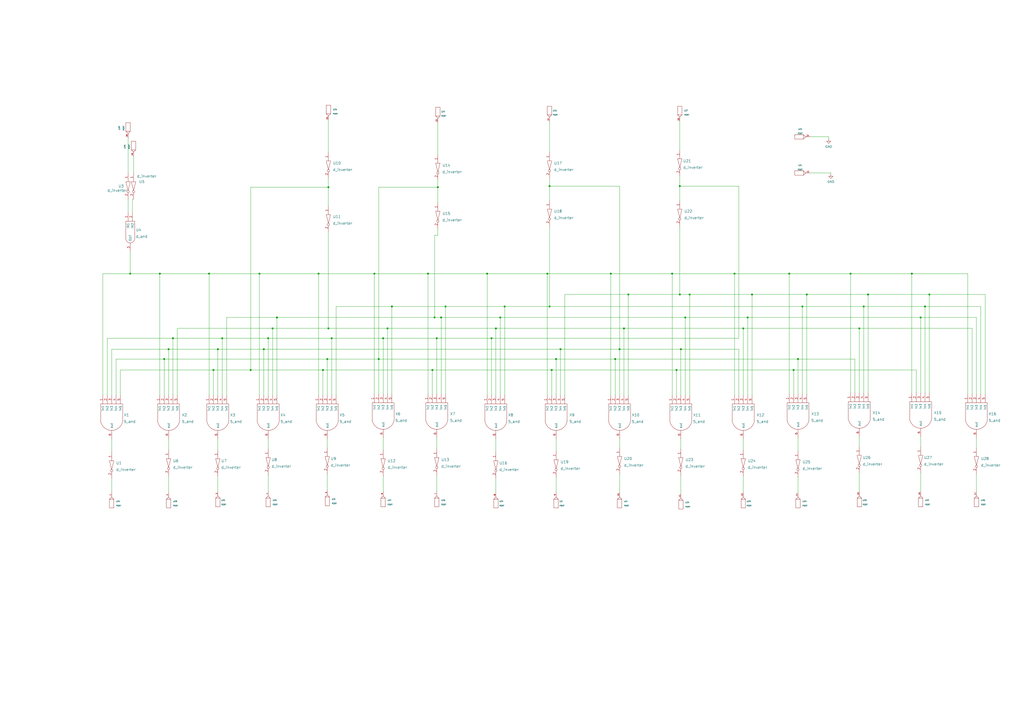
<source format=kicad_sch>
(kicad_sch (version 20211123) (generator eeschema)
  (paper "A2")
  (lib_symbols
    (symbol "eSim_Digital:d_and" (pin_names (offset 1.016))
      (property "Reference" "U" (at 0 0 0))
      (property "Value" "d_and" (at 1.27 2.54 0))
      (symbol "d_and_0_1"
        (polyline (pts (xy 3.81 -1.27) (xy -6.35 -1.27) (xy -6.35 3.81) (xy 3.81 3.81)))
        (arc (start 3.81 -1.27) (mid 5.5897 -0.5171) (end 6.35 1.27))
        (arc (start 6.35 1.27) (mid 5.5971 3.0497) (end 3.81 3.81))
      )
      (symbol "d_and_1_1"
        (pin input line (at -11.43 2.54 0) (length 5.08) (name "IN1") (number "1"))
        (pin input line (at -11.43 0 0) (length 5.08) (name "IN2") (number "2"))
        (pin output line (at 11.43 1.27 180) (length 5.08) (name "OUT") (number "3"))
      )
    )
    (symbol "eSim_Digital:d_inverter" (pin_names (offset 1.016))
      (property "Reference" "U" (at 0 -2.54 0))
      (property "Value" "d_inverter" (at 0 3.81 0))
      (symbol "d_inverter_0_1"
        (polyline (pts (xy -2.54 1.27) (xy -2.54 -1.27) (xy 2.54 0) (xy -2.54 1.27)))
      )
      (symbol "d_inverter_1_1"
        (pin input line (at -7.62 0 0) (length 5.08) (name "~") (number "1"))
        (pin output inverted (at 7.62 0 180) (length 5.08) (name "~") (number "2"))
      )
    )
    (symbol "eSim_Miscellaneous:PORT" (pin_names (offset 1.016))
      (property "Reference" "U" (at 1.27 2.54 0))
      (property "Value" "PORT" (at 0 0 0))
      (symbol "PORT_0_1"
        (rectangle (start -2.54 1.27) (end 2.54 -1.27))
        (arc (start 2.54 1.27) (mid 3.1355 0.5955) (end 3.81 0))
        (arc (start 3.81 0) (mid 3.1447 -0.6046) (end 2.54 -1.27))
      )
      (symbol "PORT_1_1"
        (pin bidirectional line (at 6.35 0 180) (length 2.54) (name "~") (number "1"))
      )
      (symbol "PORT_2_1"
        (pin bidirectional line (at 6.35 0 180) (length 2.54) (name "~") (number "2"))
      )
      (symbol "PORT_3_1"
        (pin bidirectional line (at 6.35 0 180) (length 2.54) (name "~") (number "3"))
      )
      (symbol "PORT_4_1"
        (pin bidirectional line (at 6.35 0 180) (length 2.54) (name "~") (number "4"))
      )
      (symbol "PORT_5_1"
        (pin bidirectional line (at 6.35 0 180) (length 2.54) (name "~") (number "5"))
      )
      (symbol "PORT_6_1"
        (pin bidirectional line (at 6.35 0 180) (length 2.54) (name "~") (number "6"))
      )
      (symbol "PORT_7_1"
        (pin bidirectional line (at 6.35 0 180) (length 2.54) (name "~") (number "7"))
      )
      (symbol "PORT_8_1"
        (pin bidirectional line (at 6.35 0 180) (length 2.54) (name "~") (number "8"))
      )
      (symbol "PORT_9_1"
        (pin bidirectional line (at 6.35 0 180) (length 2.54) (name "~") (number "9"))
      )
      (symbol "PORT_10_1"
        (pin bidirectional line (at 6.35 0 180) (length 2.54) (name "~") (number "10"))
      )
      (symbol "PORT_11_1"
        (pin bidirectional line (at 6.35 0 180) (length 2.54) (name "~") (number "11"))
      )
      (symbol "PORT_12_1"
        (pin bidirectional line (at 6.35 0 180) (length 2.54) (name "~") (number "12"))
      )
      (symbol "PORT_13_1"
        (pin bidirectional line (at 6.35 0 180) (length 2.54) (name "~") (number "13"))
      )
      (symbol "PORT_14_1"
        (pin bidirectional line (at 6.35 0 180) (length 2.54) (name "~") (number "14"))
      )
      (symbol "PORT_15_1"
        (pin bidirectional line (at 6.35 0 180) (length 2.54) (name "~") (number "15"))
      )
      (symbol "PORT_16_1"
        (pin bidirectional line (at 6.35 0 180) (length 2.54) (name "~") (number "16"))
      )
      (symbol "PORT_17_1"
        (pin bidirectional line (at 6.35 0 180) (length 2.54) (name "~") (number "17"))
      )
      (symbol "PORT_18_1"
        (pin bidirectional line (at 6.35 0 180) (length 2.54) (name "~") (number "18"))
      )
      (symbol "PORT_19_1"
        (pin bidirectional line (at 6.35 0 180) (length 2.54) (name "~") (number "19"))
      )
      (symbol "PORT_20_1"
        (pin bidirectional line (at 6.35 0 180) (length 2.54) (name "~") (number "20"))
      )
      (symbol "PORT_21_1"
        (pin bidirectional line (at 6.35 0 180) (length 2.54) (name "~") (number "21"))
      )
      (symbol "PORT_22_1"
        (pin bidirectional line (at 6.35 0 180) (length 2.54) (name "~") (number "22"))
      )
      (symbol "PORT_23_1"
        (pin bidirectional line (at 6.35 0 180) (length 2.54) (name "~") (number "23"))
      )
      (symbol "PORT_24_1"
        (pin bidirectional line (at 6.35 0 180) (length 2.54) (name "~") (number "24"))
      )
      (symbol "PORT_25_1"
        (pin bidirectional line (at 6.35 0 180) (length 2.54) (name "~") (number "25"))
      )
      (symbol "PORT_26_1"
        (pin bidirectional line (at 6.35 0 180) (length 2.54) (name "~") (number "26"))
      )
    )
    (symbol "eSim_Power:eSim_GND" (power) (pin_names (offset 0))
      (property "Value" "eSim_GND" (at 0 -3.81 0))
      (symbol "eSim_GND_0_1"
        (polyline (pts (xy 0 0) (xy 0 -1.27) (xy 1.27 -1.27) (xy 0 -2.54) (xy -1.27 -1.27) (xy 0 -1.27)))
      )
      (symbol "eSim_GND_1_1"
        (pin power_in line (at 0 0 270) (length 0) hide (name "GND") (number "1"))
      )
    )
    (symbol "eSim_Subckt:5_and" (pin_names (offset 1.016))
      (property "Reference" "X" (at 1.27 -2.54 0))
      (property "Value" "5_and" (at 2.54 3.81 0))
      (symbol "5_and_0_1"
        (polyline (pts (xy -6.35 6.35) (xy 3.81 6.35)))
        (polyline (pts (xy -6.35 6.35) (xy -6.35 -6.35) (xy 3.81 -6.35)))
        (arc (start 3.81 -6.35) (mid 9.0158 0) (end 3.81 6.35))
      )
      (symbol "5_and_1_1"
        (pin input line (at -11.43 5.08 0) (length 5.08) (name "in1") (number "1"))
        (pin input line (at -11.43 2.54 0) (length 5.08) (name "in2") (number "2"))
        (pin input line (at -11.43 0 0) (length 5.08) (name "in3") (number "3"))
        (pin input line (at -11.43 -2.54 0) (length 5.08) (name "in4") (number "4"))
        (pin input line (at -11.43 -5.08 0) (length 5.08) (name "in5") (number "5"))
        (pin output line (at 13.97 0 180) (length 5.08) (name "out") (number "6"))
      )
    )
  )
  (junction (at 258.445 177.8))
  (junction (at 318.77 177.8))
  (junction (at 361.95 190.5))
  (junction (at 254 108.585))
  (junction (at 190.5 108.585))
  (junction (at 394.97 202.565))
  (junction (at 222.25 196.215))
  (junction (at 397.51 184.15))
  (junction (at 227.33 177.8))
  (junction (at 189.865 208.28))
  (junction (at 121.285 158.75))
  (junction (at 217.17 158.75))
  (junction (at 356.87 208.28))
  (junction (at 493.395 158.75))
  (junction (at 252.095 184.15))
  (junction (at 364.49 170.815))
  (junction (at 539.115 170.815))
  (junction (at 389.89 158.75))
  (junction (at 503.555 170.815))
  (junction (at 320.04 214.63))
  (junction (at 287.655 190.5))
  (junction (at 318.77 107.95))
  (junction (at 460.375 214.63))
  (junction (at 498.475 190.5))
  (junction (at 536.575 177.8))
  (junction (at 392.43 214.63))
  (junction (at 465.455 177.8))
  (junction (at 282.575 158.75))
  (junction (at 354.33 158.75))
  (junction (at 123.825 214.63))
  (junction (at 190.5 190.5))
  (junction (at 317.5 158.75))
  (junction (at 224.79 190.5))
  (junction (at 248.285 158.75))
  (junction (at 325.12 202.565))
  (junction (at 534.035 184.15))
  (junction (at 160.655 184.15))
  (junction (at 184.785 158.75))
  (junction (at 285.115 196.215))
  (junction (at 433.705 184.15))
  (junction (at 253.365 196.215))
  (junction (at 97.79 202.565))
  (junction (at 431.165 190.5))
  (junction (at 145.415 214.63))
  (junction (at 467.995 170.815))
  (junction (at 457.835 158.75))
  (junction (at 75.565 158.75))
  (junction (at 192.405 196.215))
  (junction (at 394.335 107.95))
  (junction (at 290.195 184.15))
  (junction (at 359.41 202.565))
  (junction (at 462.915 208.28))
  (junction (at 292.735 177.8))
  (junction (at 400.05 170.815))
  (junction (at 528.955 158.75))
  (junction (at 153.035 202.565))
  (junction (at 150.495 158.75))
  (junction (at 128.905 196.215))
  (junction (at 219.71 208.28))
  (junction (at 436.245 170.815))
  (junction (at 394.335 170.815))
  (junction (at 155.575 196.215))
  (junction (at 158.115 190.5))
  (junction (at 322.58 208.28))
  (junction (at 187.325 214.63))
  (junction (at 501.015 177.8))
  (junction (at 426.085 158.75))
  (junction (at 126.365 202.565))
  (junction (at 95.25 208.28))
  (junction (at 255.905 184.15))
  (junction (at 92.71 158.75))
  (junction (at 250.825 214.63))
  (junction (at 100.33 196.215))
  (wire (pts (xy 359.41 274.955) (xy 359.41 285.75)))
  (wire (pts (xy 59.69 158.75) (xy 59.69 229.235)))
  (wire (pts (xy 394.335 70.485) (xy 394.335 86.995)))
  (wire (pts (xy 219.71 208.28) (xy 219.71 228.6)))
  (wire (pts (xy 359.41 202.565) (xy 394.97 202.565)))
  (wire (pts (xy 121.285 158.75) (xy 121.285 229.235)))
  (wire (pts (xy 254 132.715) (xy 254 136.525)))
  (wire (pts (xy 128.905 196.215) (xy 155.575 196.215)))
  (wire (pts (xy 224.79 190.5) (xy 287.655 190.5)))
  (wire (pts (xy 436.245 170.815) (xy 436.245 229.235)))
  (wire (pts (xy 428.625 202.565) (xy 428.625 229.235)))
  (wire (pts (xy 254 108.585) (xy 254 117.475)))
  (wire (pts (xy 394.97 275.59) (xy 394.97 286.385)))
  (wire (pts (xy 253.365 196.215) (xy 285.115 196.215)))
  (wire (pts (xy 359.41 202.565) (xy 359.41 229.235)))
  (wire (pts (xy 255.905 184.15) (xy 290.195 184.15)))
  (wire (pts (xy 160.655 184.15) (xy 252.095 184.15)))
  (wire (pts (xy 364.49 170.815) (xy 394.335 170.815)))
  (wire (pts (xy 480.695 79.375) (xy 480.695 80.645)))
  (wire (pts (xy 75.565 158.75) (xy 92.71 158.75)))
  (wire (pts (xy 64.77 254.635) (xy 64.77 262.255)))
  (wire (pts (xy 287.655 277.495) (xy 287.655 285.75)))
  (wire (pts (xy 531.495 214.63) (xy 531.495 227.965)))
  (wire (pts (xy 128.905 196.215) (xy 128.905 229.235)))
  (wire (pts (xy 192.405 196.215) (xy 192.405 229.235)))
  (wire (pts (xy 64.77 277.495) (xy 64.77 285.75)))
  (wire (pts (xy 498.475 274.32) (xy 498.475 285.115)))
  (wire (pts (xy 433.705 184.15) (xy 433.705 229.235)))
  (wire (pts (xy 190.5 103.505) (xy 190.5 108.585)))
  (wire (pts (xy 392.43 214.63) (xy 392.43 229.235)))
  (wire (pts (xy 254 104.775) (xy 254 108.585)))
  (wire (pts (xy 322.58 276.86) (xy 322.58 285.75)))
  (wire (pts (xy 77.47 90.805) (xy 77.47 100.33)))
  (wire (pts (xy 539.115 170.815) (xy 539.115 227.965)))
  (wire (pts (xy 457.835 158.75) (xy 457.835 228.6)))
  (wire (pts (xy 320.04 214.63) (xy 320.04 229.235)))
  (wire (pts (xy 69.85 214.63) (xy 123.825 214.63)))
  (wire (pts (xy 59.69 158.75) (xy 75.565 158.75)))
  (wire (pts (xy 190.5 108.585) (xy 190.5 119.38)))
  (wire (pts (xy 258.445 177.8) (xy 292.735 177.8)))
  (wire (pts (xy 359.41 254.635) (xy 359.41 259.715)))
  (wire (pts (xy 356.87 208.28) (xy 462.915 208.28)))
  (wire (pts (xy 97.79 254.635) (xy 97.79 260.985)))
  (wire (pts (xy 69.85 229.235) (xy 69.85 214.63)))
  (wire (pts (xy 219.71 108.585) (xy 254 108.585)))
  (wire (pts (xy 389.89 158.75) (xy 426.085 158.75)))
  (wire (pts (xy 282.575 158.75) (xy 282.575 229.235)))
  (wire (pts (xy 227.33 177.8) (xy 227.33 228.6)))
  (wire (pts (xy 285.115 196.215) (xy 428.625 196.215)))
  (wire (pts (xy 457.835 158.75) (xy 493.395 158.75)))
  (wire (pts (xy 217.17 158.75) (xy 248.285 158.75)))
  (wire (pts (xy 222.25 196.215) (xy 253.365 196.215)))
  (wire (pts (xy 75.565 146.05) (xy 75.565 158.75)))
  (wire (pts (xy 563.88 228.6) (xy 563.88 190.5)))
  (wire (pts (xy 498.475 190.5) (xy 498.475 227.965)))
  (wire (pts (xy 534.035 274.32) (xy 534.035 285.115)))
  (wire (pts (xy 155.575 196.215) (xy 155.575 229.235)))
  (wire (pts (xy 62.23 196.215) (xy 100.33 196.215)))
  (wire (pts (xy 189.865 274.955) (xy 189.865 284.48)))
  (wire (pts (xy 392.43 214.63) (xy 460.375 214.63)))
  (wire (pts (xy 253.365 275.59) (xy 253.365 285.115)))
  (wire (pts (xy 528.955 158.75) (xy 561.34 158.75)))
  (wire (pts (xy 394.335 131.445) (xy 394.335 170.815)))
  (wire (pts (xy 397.51 184.15) (xy 433.705 184.15)))
  (wire (pts (xy 290.195 184.15) (xy 290.195 229.235)))
  (wire (pts (xy 252.095 136.525) (xy 252.095 184.15)))
  (wire (pts (xy 153.035 202.565) (xy 325.12 202.565)))
  (wire (pts (xy 534.035 253.365) (xy 534.035 259.08)))
  (wire (pts (xy 354.33 158.75) (xy 354.33 229.235)))
  (wire (pts (xy 528.955 158.75) (xy 528.955 227.965)))
  (wire (pts (xy 285.115 196.215) (xy 285.115 229.235)))
  (wire (pts (xy 153.035 202.565) (xy 153.035 229.235)))
  (wire (pts (xy 426.085 158.75) (xy 457.835 158.75)))
  (wire (pts (xy 361.95 190.5) (xy 431.165 190.5)))
  (wire (pts (xy 317.5 158.75) (xy 317.5 229.235)))
  (wire (pts (xy 102.87 190.5) (xy 158.115 190.5)))
  (wire (pts (xy 322.58 254.635) (xy 322.58 261.62)))
  (wire (pts (xy 462.915 254) (xy 462.915 261.62)))
  (wire (pts (xy 184.785 158.75) (xy 184.785 229.235)))
  (wire (pts (xy 322.58 208.28) (xy 322.58 229.235)))
  (wire (pts (xy 219.71 108.585) (xy 219.71 208.28)))
  (wire (pts (xy 318.77 177.8) (xy 465.455 177.8)))
  (wire (pts (xy 534.035 184.15) (xy 566.42 184.15)))
  (wire (pts (xy 145.415 108.585) (xy 145.415 214.63)))
  (wire (pts (xy 364.49 170.815) (xy 364.49 229.235)))
  (wire (pts (xy 394.97 202.565) (xy 428.625 202.565)))
  (wire (pts (xy 361.95 190.5) (xy 361.95 229.235)))
  (wire (pts (xy 95.25 208.28) (xy 189.865 208.28)))
  (wire (pts (xy 97.79 276.225) (xy 97.79 285.75)))
  (wire (pts (xy 318.77 131.445) (xy 318.77 177.8)))
  (wire (pts (xy 493.395 158.75) (xy 493.395 227.965)))
  (wire (pts (xy 252.095 136.525) (xy 254 136.525)))
  (wire (pts (xy 95.25 208.28) (xy 95.25 229.235)))
  (wire (pts (xy 189.865 254.635) (xy 189.865 259.715)))
  (wire (pts (xy 503.555 170.815) (xy 539.115 170.815)))
  (wire (pts (xy 568.96 228.6) (xy 568.96 177.8)))
  (wire (pts (xy 150.495 158.75) (xy 184.785 158.75)))
  (wire (pts (xy 501.015 177.8) (xy 536.575 177.8)))
  (wire (pts (xy 97.79 202.565) (xy 126.365 202.565)))
  (wire (pts (xy 282.575 158.75) (xy 317.5 158.75)))
  (wire (pts (xy 189.865 208.28) (xy 219.71 208.28)))
  (wire (pts (xy 155.575 254.635) (xy 155.575 260.35)))
  (wire (pts (xy 536.575 177.8) (xy 536.575 227.965)))
  (wire (pts (xy 354.33 158.75) (xy 389.89 158.75)))
  (wire (pts (xy 250.825 214.63) (xy 250.825 228.6)))
  (wire (pts (xy 561.34 158.75) (xy 561.34 228.6)))
  (wire (pts (xy 465.455 177.8) (xy 465.455 228.6)))
  (wire (pts (xy 566.42 228.6) (xy 566.42 184.15)))
  (wire (pts (xy 248.285 158.75) (xy 282.575 158.75)))
  (wire (pts (xy 436.245 170.815) (xy 467.995 170.815)))
  (wire (pts (xy 394.97 202.565) (xy 394.97 229.235)))
  (wire (pts (xy 460.375 228.6) (xy 460.375 214.63)))
  (wire (pts (xy 481.965 100.33) (xy 481.965 100.965)))
  (wire (pts (xy 194.945 229.235) (xy 194.945 177.8)))
  (wire (pts (xy 318.77 103.505) (xy 318.77 107.95)))
  (wire (pts (xy 74.295 115.57) (xy 74.295 123.19)))
  (wire (pts (xy 325.12 202.565) (xy 325.12 229.235)))
  (wire (pts (xy 433.705 184.15) (xy 534.035 184.15)))
  (wire (pts (xy 536.575 177.8) (xy 568.96 177.8)))
  (wire (pts (xy 287.655 190.5) (xy 361.95 190.5)))
  (wire (pts (xy 460.375 214.63) (xy 531.495 214.63)))
  (wire (pts (xy 250.825 214.63) (xy 320.04 214.63)))
  (wire (pts (xy 356.87 208.28) (xy 356.87 229.235)))
  (wire (pts (xy 431.165 276.225) (xy 431.165 285.75)))
  (wire (pts (xy 571.5 170.815) (xy 571.5 228.6)))
  (wire (pts (xy 467.995 170.815) (xy 467.995 228.6)))
  (wire (pts (xy 462.915 208.28) (xy 462.915 228.6)))
  (wire (pts (xy 252.095 184.15) (xy 255.905 184.15)))
  (wire (pts (xy 394.97 254.635) (xy 394.97 260.35)))
  (wire (pts (xy 394.335 107.95) (xy 394.335 116.205)))
  (wire (pts (xy 394.335 102.235) (xy 394.335 107.95)))
  (wire (pts (xy 158.115 190.5) (xy 158.115 229.235)))
  (wire (pts (xy 498.475 190.5) (xy 563.88 190.5)))
  (wire (pts (xy 428.625 107.95) (xy 428.625 196.215)))
  (wire (pts (xy 462.915 276.86) (xy 462.915 285.75)))
  (wire (pts (xy 227.33 177.8) (xy 258.445 177.8)))
  (wire (pts (xy 194.945 177.8) (xy 227.33 177.8)))
  (wire (pts (xy 258.445 177.8) (xy 258.445 228.6)))
  (wire (pts (xy 469.9 100.33) (xy 481.965 100.33)))
  (wire (pts (xy 219.71 208.28) (xy 322.58 208.28)))
  (wire (pts (xy 501.015 177.8) (xy 501.015 227.965)))
  (wire (pts (xy 292.735 177.8) (xy 292.735 229.235)))
  (wire (pts (xy 318.77 107.95) (xy 318.77 116.205)))
  (wire (pts (xy 498.475 253.365) (xy 498.475 259.08)))
  (wire (pts (xy 224.79 190.5) (xy 224.79 228.6)))
  (wire (pts (xy 317.5 158.75) (xy 354.33 158.75)))
  (wire (pts (xy 503.555 170.815) (xy 503.555 227.965)))
  (wire (pts (xy 123.825 214.63) (xy 145.415 214.63)))
  (wire (pts (xy 292.735 177.8) (xy 318.77 177.8)))
  (wire (pts (xy 190.5 190.5) (xy 224.79 190.5)))
  (wire (pts (xy 327.66 170.815) (xy 364.49 170.815)))
  (wire (pts (xy 359.41 107.95) (xy 359.41 202.565)))
  (wire (pts (xy 100.33 196.215) (xy 128.905 196.215)))
  (wire (pts (xy 121.285 158.75) (xy 150.495 158.75)))
  (wire (pts (xy 187.325 214.63) (xy 187.325 229.235)))
  (wire (pts (xy 534.035 184.15) (xy 534.035 227.965)))
  (wire (pts (xy 92.71 158.75) (xy 92.71 229.235)))
  (wire (pts (xy 222.25 276.225) (xy 222.25 285.115)))
  (wire (pts (xy 190.5 134.62) (xy 190.5 190.5)))
  (wire (pts (xy 76.835 123.19) (xy 76.835 115.57)))
  (wire (pts (xy 92.71 158.75) (xy 121.285 158.75)))
  (wire (pts (xy 255.905 184.15) (xy 255.905 228.6)))
  (wire (pts (xy 160.655 184.15) (xy 160.655 229.235)))
  (wire (pts (xy 102.87 229.235) (xy 102.87 190.5)))
  (wire (pts (xy 126.365 202.565) (xy 126.365 229.235)))
  (wire (pts (xy 287.655 254.635) (xy 287.655 262.255)))
  (wire (pts (xy 469.9 79.375) (xy 480.695 79.375)))
  (wire (pts (xy 97.79 202.565) (xy 97.79 229.235)))
  (wire (pts (xy 189.865 208.28) (xy 189.865 229.235)))
  (wire (pts (xy 426.085 158.75) (xy 426.085 229.235)))
  (wire (pts (xy 397.51 184.15) (xy 397.51 229.235)))
  (wire (pts (xy 222.25 254) (xy 222.25 260.985)))
  (wire (pts (xy 126.365 254.635) (xy 126.365 260.985)))
  (wire (pts (xy 566.42 274.955) (xy 566.42 285.115)))
  (wire (pts (xy 190.5 69.85) (xy 190.5 88.265)))
  (wire (pts (xy 566.42 254) (xy 566.42 259.715)))
  (wire (pts (xy 64.77 229.235) (xy 64.77 202.565)))
  (wire (pts (xy 253.365 196.215) (xy 253.365 228.6)))
  (wire (pts (xy 155.575 275.59) (xy 155.575 285.115)))
  (wire (pts (xy 100.33 196.215) (xy 100.33 229.235)))
  (wire (pts (xy 290.195 184.15) (xy 397.51 184.15)))
  (wire (pts (xy 64.77 202.565) (xy 97.79 202.565)))
  (wire (pts (xy 222.25 196.215) (xy 222.25 228.6)))
  (wire (pts (xy 62.23 229.235) (xy 62.23 196.215)))
  (wire (pts (xy 158.115 190.5) (xy 190.5 190.5)))
  (wire (pts (xy 539.115 170.815) (xy 571.5 170.815)))
  (wire (pts (xy 74.295 80.01) (xy 74.295 100.33)))
  (wire (pts (xy 76.835 115.57) (xy 77.47 115.57)))
  (wire (pts (xy 389.89 158.75) (xy 389.89 229.235)))
  (wire (pts (xy 126.365 202.565) (xy 153.035 202.565)))
  (wire (pts (xy 325.12 202.565) (xy 359.41 202.565)))
  (wire (pts (xy 123.825 214.63) (xy 123.825 229.235)))
  (wire (pts (xy 495.935 208.28) (xy 495.935 227.965)))
  (wire (pts (xy 400.05 170.815) (xy 436.245 170.815)))
  (wire (pts (xy 320.04 214.63) (xy 392.43 214.63)))
  (wire (pts (xy 145.415 214.63) (xy 187.325 214.63)))
  (wire (pts (xy 253.365 254) (xy 253.365 260.35)))
  (wire (pts (xy 431.165 190.5) (xy 498.475 190.5)))
  (wire (pts (xy 150.495 158.75) (xy 150.495 229.235)))
  (wire (pts (xy 465.455 177.8) (xy 501.015 177.8)))
  (wire (pts (xy 394.335 170.815) (xy 400.05 170.815)))
  (wire (pts (xy 131.445 184.15) (xy 160.655 184.15)))
  (wire (pts (xy 155.575 196.215) (xy 192.405 196.215)))
  (wire (pts (xy 145.415 108.585) (xy 190.5 108.585)))
  (wire (pts (xy 67.31 208.28) (xy 95.25 208.28)))
  (wire (pts (xy 431.165 229.235) (xy 431.165 190.5)))
  (wire (pts (xy 192.405 196.215) (xy 222.25 196.215)))
  (wire (pts (xy 217.17 158.75) (xy 217.17 228.6)))
  (wire (pts (xy 431.165 254.635) (xy 431.165 260.985)))
  (wire (pts (xy 428.625 107.95) (xy 394.335 107.95)))
  (wire (pts (xy 400.05 170.815) (xy 400.05 229.235)))
  (wire (pts (xy 126.365 276.225) (xy 126.365 285.115)))
  (wire (pts (xy 254 71.12) (xy 254 89.535)))
  (wire (pts (xy 462.915 208.28) (xy 495.935 208.28)))
  (wire (pts (xy 187.325 214.63) (xy 250.825 214.63)))
  (wire (pts (xy 327.66 170.815) (xy 327.66 229.235)))
  (wire (pts (xy 67.31 229.235) (xy 67.31 208.28)))
  (wire (pts (xy 318.77 70.485) (xy 318.77 88.265)))
  (wire (pts (xy 131.445 184.15) (xy 131.445 229.235)))
  (wire (pts (xy 184.785 158.75) (xy 217.17 158.75)))
  (wire (pts (xy 248.285 158.75) (xy 248.285 228.6)))
  (wire (pts (xy 467.995 170.815) (xy 503.555 170.815)))
  (wire (pts (xy 359.41 107.95) (xy 318.77 107.95)))
  (wire (pts (xy 287.655 190.5) (xy 287.655 229.235)))
  (wire (pts (xy 493.395 158.75) (xy 528.955 158.75)))
  (wire (pts (xy 322.58 208.28) (xy 356.87 208.28)))
  (symbol (lib_id "eSim_Miscellaneous:PORT") (at 359.41 292.1 90) (unit 10)
    (property "Reference" "U2" (at 361.95 290.83 90) (effects (font (size 0.762 0.762)) (justify right)))
    (property "Value" "PORT" (at 361.95 293.37 90) (effects (font (size 0.762 0.762)) (justify right)))
  )
  (symbol (lib_id "eSim_Subckt:5_and") (at 253.365 240.03 90) (mirror x) (unit 1)
    (property "Reference" "X7" (at 260.985 240.0929 90) (effects (font (size 1.524 1.524)) (justify right)))
    (property "Value" "5_and" (at 260.985 243.9029 90) (effects (font (size 1.524 1.524)) (justify right)))
  )
  (symbol (lib_id "eSim_Digital:d_inverter") (at 190.5 95.885 90) (mirror x) (unit 1)
    (property "Reference" "U10" (at 193.04 94.615 90) (effects (font (size 1.524 1.524)) (justify right)))
    (property "Value" "d_inverter" (at 193.04 98.425 90) (effects (font (size 1.524 1.524)) (justify right)))
  )
  (symbol (lib_id "eSim_Miscellaneous:PORT") (at 77.47 84.455 90) (mirror x) (unit 19)
    (property "Reference" "U2" (at 72.39 85.09 0) (effects (font (size 0.762 0.762))))
    (property "Value" "PORT" (at 74.93 85.09 0) (effects (font (size 0.762 0.762))))
  )
  (symbol (lib_id "eSim_Digital:d_inverter") (at 394.335 94.615 90) (mirror x) (unit 1)
    (property "Reference" "U21" (at 396.24 93.345 90) (effects (font (size 1.524 1.524)) (justify right)))
    (property "Value" "d_inverter" (at 396.24 97.155 90) (effects (font (size 1.524 1.524)) (justify right)))
  )
  (symbol (lib_id "eSim_Miscellaneous:PORT") (at 534.035 291.465 90) (unit 16)
    (property "Reference" "U2" (at 536.575 290.195 90) (effects (font (size 0.762 0.762)) (justify right)))
    (property "Value" "PORT" (at 536.575 292.735 90) (effects (font (size 0.762 0.762)) (justify right)))
  )
  (symbol (lib_id "eSim_Subckt:5_and") (at 566.42 240.03 90) (mirror x) (unit 1)
    (property "Reference" "X16" (at 573.405 240.0929 90) (effects (font (size 1.524 1.524)) (justify right)))
    (property "Value" "5_and" (at 573.405 243.9029 90) (effects (font (size 1.524 1.524)) (justify right)))
  )
  (symbol (lib_id "eSim_Miscellaneous:PORT") (at 431.165 292.1 90) (unit 13)
    (property "Reference" "U2" (at 433.07 290.83 90) (effects (font (size 0.762 0.762)) (justify right)))
    (property "Value" "PORT" (at 433.07 293.37 90) (effects (font (size 0.762 0.762)) (justify right)))
  )
  (symbol (lib_id "eSim_Digital:d_inverter") (at 322.58 269.24 90) (mirror x) (unit 1)
    (property "Reference" "U19" (at 325.12 267.97 90) (effects (font (size 1.524 1.524)) (justify right)))
    (property "Value" "d_inverter" (at 325.12 271.78 90) (effects (font (size 1.524 1.524)) (justify right)))
  )
  (symbol (lib_id "eSim_Digital:d_inverter") (at 77.47 107.95 90) (mirror x) (unit 1)
    (property "Reference" "U5" (at 80.645 105.41 90) (effects (font (size 1.524 1.524)) (justify right)))
    (property "Value" "d_inverter" (at 79.375 102.235 90) (effects (font (size 1.524 1.524)) (justify right)))
  )
  (symbol (lib_id "eSim_Subckt:5_and") (at 322.58 240.665 90) (mirror x) (unit 1)
    (property "Reference" "X9" (at 330.2 240.7279 90) (effects (font (size 1.524 1.524)) (justify right)))
    (property "Value" "5_and" (at 330.2 244.5379 90) (effects (font (size 1.524 1.524)) (justify right)))
  )
  (symbol (lib_id "eSim_Digital:d_inverter") (at 566.42 267.335 90) (mirror x) (unit 1)
    (property "Reference" "U28" (at 568.96 266.065 90) (effects (font (size 1.524 1.524)) (justify right)))
    (property "Value" "d_inverter" (at 568.96 269.875 90) (effects (font (size 1.524 1.524)) (justify right)))
  )
  (symbol (lib_id "eSim_Miscellaneous:PORT") (at 462.915 292.1 90) (unit 14)
    (property "Reference" "U2" (at 465.455 290.83 90) (effects (font (size 0.762 0.762)) (justify right)))
    (property "Value" "PORT" (at 465.455 293.37 90) (effects (font (size 0.762 0.762)) (justify right)))
  )
  (symbol (lib_id "eSim_Digital:d_inverter") (at 126.365 268.605 90) (mirror x) (unit 1)
    (property "Reference" "U7" (at 128.27 267.335 90) (effects (font (size 1.524 1.524)) (justify right)))
    (property "Value" "d_inverter" (at 128.27 271.145 90) (effects (font (size 1.524 1.524)) (justify right)))
  )
  (symbol (lib_id "eSim_Digital:d_inverter") (at 394.97 267.97 90) (mirror x) (unit 1)
    (property "Reference" "U23" (at 397.51 266.7 90) (effects (font (size 1.524 1.524)) (justify right)))
    (property "Value" "d_inverter" (at 397.51 270.51 90) (effects (font (size 1.524 1.524)) (justify right)))
  )
  (symbol (lib_id "eSim_Subckt:5_and") (at 155.575 240.665 90) (mirror x) (unit 1)
    (property "Reference" "X4" (at 162.56 240.7279 90) (effects (font (size 1.524 1.524)) (justify right)))
    (property "Value" "5_and" (at 162.56 244.5379 90) (effects (font (size 1.524 1.524)) (justify right)))
  )
  (symbol (lib_id "eSim_Miscellaneous:PORT") (at 463.55 79.375 0) (unit 24)
    (property "Reference" "U2" (at 464.185 74.93 0) (effects (font (size 0.762 0.762))))
    (property "Value" "PORT" (at 464.185 77.47 0) (effects (font (size 0.762 0.762))))
  )
  (symbol (lib_id "eSim_Subckt:5_and") (at 431.165 240.665 90) (mirror x) (unit 1)
    (property "Reference" "X12" (at 438.785 240.7279 90) (effects (font (size 1.524 1.524)) (justify right)))
    (property "Value" "5_and" (at 438.785 244.5379 90) (effects (font (size 1.524 1.524)) (justify right)))
  )
  (symbol (lib_id "eSim_Subckt:5_and") (at 287.655 240.665 90) (mirror x) (unit 1)
    (property "Reference" "X8" (at 294.64 240.7279 90) (effects (font (size 1.524 1.524)) (justify right)))
    (property "Value" "5_and" (at 294.64 244.5379 90) (effects (font (size 1.524 1.524)) (justify right)))
  )
  (symbol (lib_id "eSim_Miscellaneous:PORT") (at 222.25 291.465 90) (unit 6)
    (property "Reference" "U2" (at 224.79 290.195 90) (effects (font (size 0.762 0.762)) (justify right)))
    (property "Value" "PORT" (at 224.79 292.735 90) (effects (font (size 0.762 0.762)) (justify right)))
  )
  (symbol (lib_id "eSim_Miscellaneous:PORT") (at 566.42 291.465 90) (unit 17)
    (property "Reference" "U2" (at 568.96 290.195 90) (effects (font (size 0.762 0.762)) (justify right)))
    (property "Value" "PORT" (at 568.96 292.735 90) (effects (font (size 0.762 0.762)) (justify right)))
  )
  (symbol (lib_id "eSim_Miscellaneous:PORT") (at 463.55 100.33 0) (unit 12)
    (property "Reference" "U2" (at 464.185 95.885 0) (effects (font (size 0.762 0.762))))
    (property "Value" "PORT" (at 464.185 98.425 0) (effects (font (size 0.762 0.762))))
  )
  (symbol (lib_id "eSim_Digital:d_inverter") (at 534.035 266.7 90) (mirror x) (unit 1)
    (property "Reference" "U27" (at 535.94 265.43 90) (effects (font (size 1.524 1.524)) (justify right)))
    (property "Value" "d_inverter" (at 535.94 269.24 90) (effects (font (size 1.524 1.524)) (justify right)))
  )
  (symbol (lib_id "eSim_Subckt:5_and") (at 462.915 240.03 90) (mirror x) (unit 1)
    (property "Reference" "X13" (at 470.535 240.0929 90) (effects (font (size 1.524 1.524)) (justify right)))
    (property "Value" "5_and" (at 470.535 243.9029 90) (effects (font (size 1.524 1.524)) (justify right)))
  )
  (symbol (lib_id "eSim_Power:eSim_GND") (at 481.965 100.965 0) (unit 1)
    (property "Reference" "#PWR02" (effects hide))
    (property "Value" "eSim_GND" (at 481.965 105.41 0))
  )
  (symbol (lib_id "eSim_Digital:d_inverter") (at 190.5 127 90) (mirror x) (unit 1)
    (property "Reference" "U11" (at 193.04 125.73 90) (effects (font (size 1.524 1.524)) (justify right)))
    (property "Value" "d_inverter" (at 193.04 129.54 90) (effects (font (size 1.524 1.524)) (justify right)))
  )
  (symbol (lib_id "eSim_Digital:d_inverter") (at 74.295 107.95 90) (mirror x) (unit 1)
    (property "Reference" "U3" (at 68.58 107.95 90) (effects (font (size 1.524 1.524)) (justify right)))
    (property "Value" "d_inverter" (at 62.23 110.49 90) (effects (font (size 1.524 1.524)) (justify right)))
  )
  (symbol (lib_id "eSim_Digital:d_inverter") (at 394.335 123.825 90) (mirror x) (unit 1)
    (property "Reference" "U22" (at 396.875 122.555 90) (effects (font (size 1.524 1.524)) (justify right)))
    (property "Value" "d_inverter" (at 396.875 126.365 90) (effects (font (size 1.524 1.524)) (justify right)))
  )
  (symbol (lib_id "eSim_Digital:d_inverter") (at 155.575 267.97 90) (mirror x) (unit 1)
    (property "Reference" "U8" (at 157.48 266.7 90) (effects (font (size 1.524 1.524)) (justify right)))
    (property "Value" "d_inverter" (at 157.48 270.51 90) (effects (font (size 1.524 1.524)) (justify right)))
  )
  (symbol (lib_id "eSim_Miscellaneous:PORT") (at 254 64.77 90) (mirror x) (unit 22)
    (property "Reference" "U2" (at 255.905 64.77 90) (effects (font (size 0.762 0.762)) (justify right)))
    (property "Value" "PORT" (at 255.905 67.31 90) (effects (font (size 0.762 0.762)) (justify right)))
  )
  (symbol (lib_id "eSim_Digital:d_inverter") (at 189.865 267.335 90) (mirror x) (unit 1)
    (property "Reference" "U9" (at 191.77 266.065 90) (effects (font (size 1.524 1.524)) (justify right)))
    (property "Value" "d_inverter" (at 191.77 269.875 90) (effects (font (size 1.524 1.524)) (justify right)))
  )
  (symbol (lib_id "eSim_Digital:d_inverter") (at 222.25 268.605 90) (mirror x) (unit 1)
    (property "Reference" "U12" (at 224.79 267.335 90) (effects (font (size 1.524 1.524)) (justify right)))
    (property "Value" "d_inverter" (at 224.79 271.145 90) (effects (font (size 1.524 1.524)) (justify right)))
  )
  (symbol (lib_id "eSim_Miscellaneous:PORT") (at 97.79 292.1 90) (unit 2)
    (property "Reference" "U2" (at 100.33 290.83 90) (effects (font (size 0.762 0.762)) (justify right)))
    (property "Value" "PORT" (at 100.33 293.37 90) (effects (font (size 0.762 0.762)) (justify right)))
  )
  (symbol (lib_id "eSim_Digital:d_inverter") (at 318.77 95.885 90) (mirror x) (unit 1)
    (property "Reference" "U17" (at 321.31 94.615 90) (effects (font (size 1.524 1.524)) (justify right)))
    (property "Value" "d_inverter" (at 321.31 98.425 90) (effects (font (size 1.524 1.524)) (justify right)))
  )
  (symbol (lib_id "eSim_Digital:d_inverter") (at 431.165 268.605 90) (mirror x) (unit 1)
    (property "Reference" "U24" (at 433.705 267.335 90) (effects (font (size 1.524 1.524)) (justify right)))
    (property "Value" "d_inverter" (at 433.705 271.145 90) (effects (font (size 1.524 1.524)) (justify right)))
  )
  (symbol (lib_id "eSim_Subckt:5_and") (at 189.865 240.665 90) (mirror x) (unit 1)
    (property "Reference" "X5" (at 196.85 240.7279 90) (effects (font (size 1.524 1.524)) (justify right)))
    (property "Value" "5_and" (at 196.85 244.5379 90) (effects (font (size 1.524 1.524)) (justify right)))
  )
  (symbol (lib_id "eSim_Miscellaneous:PORT") (at 190.5 63.5 90) (mirror x) (unit 23)
    (property "Reference" "U2" (at 193.04 63.5 90) (effects (font (size 0.762 0.762)) (justify right)))
    (property "Value" "PORT" (at 193.04 66.04 90) (effects (font (size 0.762 0.762)) (justify right)))
  )
  (symbol (lib_id "eSim_Subckt:5_and") (at 64.77 240.665 90) (mirror x) (unit 1)
    (property "Reference" "X1" (at 71.755 240.7279 90) (effects (font (size 1.524 1.524)) (justify right)))
    (property "Value" "5_and" (at 71.755 244.5379 90) (effects (font (size 1.524 1.524)) (justify right)))
  )
  (symbol (lib_id "eSim_Digital:d_inverter") (at 253.365 267.97 90) (mirror x) (unit 1)
    (property "Reference" "U13" (at 255.905 266.7 90) (effects (font (size 1.524 1.524)) (justify right)))
    (property "Value" "d_inverter" (at 255.905 270.51 90) (effects (font (size 1.524 1.524)) (justify right)))
  )
  (symbol (lib_id "eSim_Miscellaneous:PORT") (at 394.97 292.735 90) (unit 11)
    (property "Reference" "U2" (at 397.51 291.465 90) (effects (font (size 0.762 0.762)) (justify right)))
    (property "Value" "PORT" (at 397.51 294.005 90) (effects (font (size 0.762 0.762)) (justify right)))
  )
  (symbol (lib_id "eSim_Digital:d_inverter") (at 462.915 269.24 90) (mirror x) (unit 1)
    (property "Reference" "U25" (at 465.455 267.97 90) (effects (font (size 1.524 1.524)) (justify right)))
    (property "Value" "d_inverter" (at 465.455 271.78 90) (effects (font (size 1.524 1.524)) (justify right)))
  )
  (symbol (lib_id "eSim_Subckt:5_and") (at 222.25 240.03 90) (mirror x) (unit 1)
    (property "Reference" "X6" (at 229.235 240.0929 90) (effects (font (size 1.524 1.524)) (justify right)))
    (property "Value" "5_and" (at 229.235 243.9029 90) (effects (font (size 1.524 1.524)) (justify right)))
  )
  (symbol (lib_id "eSim_Subckt:5_and") (at 498.475 239.395 90) (mirror x) (unit 1)
    (property "Reference" "X14" (at 506.095 239.4579 90) (effects (font (size 1.524 1.524)) (justify right)))
    (property "Value" "5_and" (at 506.095 243.2679 90) (effects (font (size 1.524 1.524)) (justify right)))
  )
  (symbol (lib_id "eSim_Miscellaneous:PORT") (at 394.335 64.135 90) (mirror x) (unit 20)
    (property "Reference" "U2" (at 396.875 64.135 90) (effects (font (size 0.762 0.762)) (justify right)))
    (property "Value" "PORT" (at 396.875 66.675 90) (effects (font (size 0.762 0.762)) (justify right)))
  )
  (symbol (lib_id "eSim_Digital:d_inverter") (at 254 125.095 90) (mirror x) (unit 1)
    (property "Reference" "U15" (at 256.54 123.825 90) (effects (font (size 1.524 1.524)) (justify right)))
    (property "Value" "d_inverter" (at 256.54 127.635 90) (effects (font (size 1.524 1.524)) (justify right)))
  )
  (symbol (lib_id "eSim_Miscellaneous:PORT") (at 498.475 291.465 90) (unit 15)
    (property "Reference" "U2" (at 500.38 290.195 90) (effects (font (size 0.762 0.762)) (justify right)))
    (property "Value" "PORT" (at 500.38 292.735 90) (effects (font (size 0.762 0.762)) (justify right)))
  )
  (symbol (lib_id "eSim_Digital:d_and") (at 76.835 134.62 90) (mirror x) (unit 1)
    (property "Reference" "U4" (at 78.74 133.35 90) (effects (font (size 1.524 1.524)) (justify right)))
    (property "Value" "d_and" (at 78.74 137.16 90) (effects (font (size 1.524 1.524)) (justify right)))
  )
  (symbol (lib_id "eSim_Miscellaneous:PORT") (at 74.295 73.66 90) (mirror x) (unit 18)
    (property "Reference" "U2" (at 69.215 74.295 0) (effects (font (size 0.762 0.762))))
    (property "Value" "PORT" (at 71.755 74.295 0) (effects (font (size 0.762 0.762))))
  )
  (symbol (lib_id "eSim_Miscellaneous:PORT") (at 155.575 291.465 90) (unit 4)
    (property "Reference" "U2" (at 158.115 290.195 90) (effects (font (size 0.762 0.762)) (justify right)))
    (property "Value" "PORT" (at 158.115 292.735 90) (effects (font (size 0.762 0.762)) (justify right)))
  )
  (symbol (lib_id "eSim_Miscellaneous:PORT") (at 189.865 290.83 90) (unit 5)
    (property "Reference" "U2" (at 192.405 289.56 90) (effects (font (size 0.762 0.762)) (justify right)))
    (property "Value" "PORT" (at 192.405 292.1 90) (effects (font (size 0.762 0.762)) (justify right)))
  )
  (symbol (lib_id "eSim_Digital:d_inverter") (at 359.41 267.335 90) (mirror x) (unit 1)
    (property "Reference" "U20" (at 361.95 266.065 90) (effects (font (size 1.524 1.524)) (justify right)))
    (property "Value" "d_inverter" (at 361.95 269.875 90) (effects (font (size 1.524 1.524)) (justify right)))
  )
  (symbol (lib_id "eSim_Subckt:5_and") (at 394.97 240.665 90) (mirror x) (unit 1)
    (property "Reference" "X11" (at 401.955 240.7279 90) (effects (font (size 1.524 1.524)) (justify right)))
    (property "Value" "5_and" (at 401.955 244.5379 90) (effects (font (size 1.524 1.524)) (justify right)))
  )
  (symbol (lib_id "eSim_Digital:d_inverter") (at 287.655 269.875 90) (mirror x) (unit 1)
    (property "Reference" "U16" (at 289.56 268.605 90) (effects (font (size 1.524 1.524)) (justify right)))
    (property "Value" "d_inverter" (at 289.56 272.415 90) (effects (font (size 1.524 1.524)) (justify right)))
  )
  (symbol (lib_id "eSim_Miscellaneous:PORT") (at 253.365 291.465 90) (unit 7)
    (property "Reference" "U2" (at 255.905 290.195 90) (effects (font (size 0.762 0.762)) (justify right)))
    (property "Value" "PORT" (at 255.905 292.735 90) (effects (font (size 0.762 0.762)) (justify right)))
  )
  (symbol (lib_id "eSim_Digital:d_inverter") (at 97.79 268.605 90) (mirror x) (unit 1)
    (property "Reference" "U6" (at 100.33 267.335 90) (effects (font (size 1.524 1.524)) (justify right)))
    (property "Value" "d_inverter" (at 100.33 271.145 90) (effects (font (size 1.524 1.524)) (justify right)))
  )
  (symbol (lib_id "eSim_Miscellaneous:PORT") (at 64.77 292.1 90) (unit 1)
    (property "Reference" "U2" (at 67.31 290.83 90) (effects (font (size 0.762 0.762)) (justify right)))
    (property "Value" "PORT" (at 67.31 293.37 90) (effects (font (size 0.762 0.762)) (justify right)))
  )
  (symbol (lib_id "eSim_Miscellaneous:PORT") (at 318.77 64.135 90) (mirror x) (unit 21)
    (property "Reference" "U2" (at 320.675 64.135 90) (effects (font (size 0.762 0.762)) (justify right)))
    (property "Value" "PORT" (at 320.675 66.675 90) (effects (font (size 0.762 0.762)) (justify right)))
  )
  (symbol (lib_id "eSim_Digital:d_inverter") (at 254 97.155 90) (mirror x) (unit 1)
    (property "Reference" "U14" (at 256.54 95.885 90) (effects (font (size 1.524 1.524)) (justify right)))
    (property "Value" "d_inverter" (at 256.54 99.695 90) (effects (font (size 1.524 1.524)) (justify right)))
  )
  (symbol (lib_id "eSim_Subckt:5_and") (at 359.41 240.665 90) (mirror x) (unit 1)
    (property "Reference" "X10" (at 366.395 240.7279 90) (effects (font (size 1.524 1.524)) (justify right)))
    (property "Value" "5_and" (at 366.395 244.5379 90) (effects (font (size 1.524 1.524)) (justify right)))
  )
  (symbol (lib_id "eSim_Miscellaneous:PORT") (at 322.58 292.1 90) (unit 9)
    (property "Reference" "U2" (at 324.485 290.83 90) (effects (font (size 0.762 0.762)) (justify right)))
    (property "Value" "PORT" (at 324.485 293.37 90) (effects (font (size 0.762 0.762)) (justify right)))
  )
  (symbol (lib_id "eSim_Subckt:5_and") (at 97.79 240.665 90) (mirror x) (unit 1)
    (property "Reference" "X2" (at 105.41 240.7279 90) (effects (font (size 1.524 1.524)) (justify right)))
    (property "Value" "5_and" (at 105.41 244.5379 90) (effects (font (size 1.524 1.524)) (justify right)))
  )
  (symbol (lib_id "eSim_Subckt:5_and") (at 534.035 239.395 90) (mirror x) (unit 1)
    (property "Reference" "X15" (at 541.655 239.4579 90) (effects (font (size 1.524 1.524)) (justify right)))
    (property "Value" "5_and" (at 541.655 243.2679 90) (effects (font (size 1.524 1.524)) (justify right)))
  )
  (symbol (lib_id "eSim_Miscellaneous:PORT") (at 126.365 291.465 90) (unit 3)
    (property "Reference" "U2" (at 128.27 290.195 90) (effects (font (size 0.762 0.762)) (justify right)))
    (property "Value" "PORT" (at 128.27 292.735 90) (effects (font (size 0.762 0.762)) (justify right)))
  )
  (symbol (lib_id "eSim_Digital:d_inverter") (at 64.77 269.875 90) (mirror x) (unit 1)
    (property "Reference" "U1" (at 67.31 268.605 90) (effects (font (size 1.524 1.524)) (justify right)))
    (property "Value" "d_inverter" (at 67.31 272.415 90) (effects (font (size 1.524 1.524)) (justify right)))
  )
  (symbol (lib_id "eSim_Power:eSim_GND") (at 480.695 80.645 0) (unit 1)
    (property "Reference" "#PWR01" (effects hide))
    (property "Value" "eSim_GND" (at 480.695 85.09 0))
  )
  (symbol (lib_id "eSim_Subckt:5_and") (at 126.365 240.665 90) (mirror x) (unit 1)
    (property "Reference" "X3" (at 133.35 240.7279 90) (effects (font (size 1.524 1.524)) (justify right)))
    (property "Value" "5_and" (at 133.35 244.5379 90) (effects (font (size 1.524 1.524)) (justify right)))
  )
  (symbol (lib_id "eSim_Digital:d_inverter") (at 318.77 123.825 90) (mirror x) (unit 1)
    (property "Reference" "U18" (at 321.31 122.555 90) (effects (font (size 1.524 1.524)) (justify right)))
    (property "Value" "d_inverter" (at 321.31 126.365 90) (effects (font (size 1.524 1.524)) (justify right)))
  )
  (symbol (lib_id "eSim_Digital:d_inverter") (at 498.475 266.7 90) (mirror x) (unit 1)
    (property "Reference" "U26" (at 500.38 265.43 90) (effects (font (size 1.524 1.524)) (justify right)))
    (property "Value" "d_inverter" (at 500.38 269.24 90) (effects (font (size 1.524 1.524)) (justify right)))
  )
  (symbol (lib_id "eSim_Miscellaneous:PORT") (at 287.655 292.1 90) (unit 8)
    (property "Reference" "U2" (at 289.56 290.83 90) (effects (font (size 0.762 0.762)) (justify right)))
    (property "Value" "PORT" (at 289.56 293.37 90) (effects (font (size 0.762 0.762)) (justify right)))
  )
)
</source>
